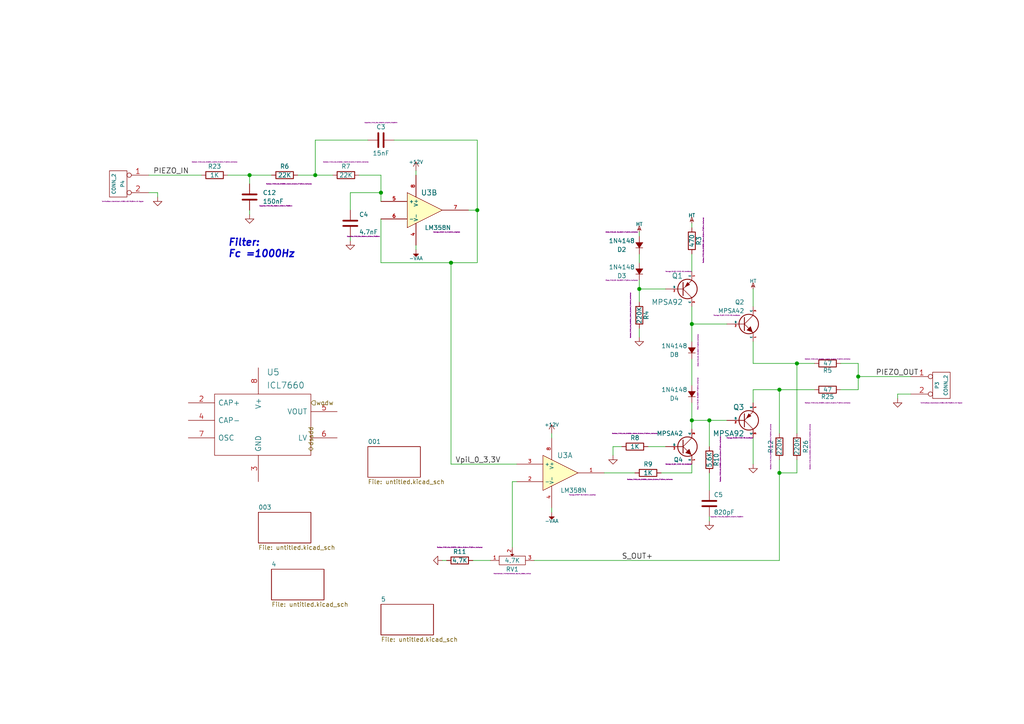
<source format=kicad_sch>
(kicad_sch (version 20230121) (generator eeschema)
  (paper "A4")
  (title_block (title "Complex hierarchy: demo") (date "2017-01-15") (rev "1"))
  (lib_symbols
    (symbol "LM358N_1"
      (property "Reference" "U" (at -1.27 5.08 0))
      (property "Value" "LM358N" (at -1.27 -6.35 0))
      (symbol "LM358N_1_0_1"
        (polyline (pts (xy -5.08 5.08) (xy 5.08 0) (xy -5.08 -5.08) (xy -5.08 5.08)) (stroke (width 0.1524)) (fill (type background)))
        (pin power_in line (at -2.54 -10.16 90) (length 6.35) (name "V-") (number "4"))
        (pin power_in line (at -2.54 10.16 270) (length 6.35) (name "V+") (number "8"))
      )
      (symbol "LM358N_1_1_1"
        (pin output line (at 12.7 0 180) (length 7.62) (name "~") (number "1"))
        (pin input line (at -12.7 -2.54 0) (length 7.62) (name "-") (number "2"))
        (pin input line (at -12.7 2.54 0) (length 7.62) (name "+") (number "3"))
      )
      (symbol "LM358N_1_2_1"
        (pin input line (at -12.7 2.54 0) (length 7.62) (name "+") (number "5"))
        (pin input line (at -12.7 -2.54 0) (length 7.62) (name "-") (number "6"))
        (pin output line (at 12.7 0 180) (length 7.62) (name "~") (number "7"))
      )
    )
    (symbol "complex_hierarchy_schlib:+12V" (power) (pin_names (offset 0))
      (property "Value" "+12V" (at 0 3.556 0))
      (symbol "+12V_0_1"
        (polyline (pts (xy -0.762 1.27) (xy 0 2.54)))
        (polyline (pts (xy 0 0) (xy 0 2.54)))
        (polyline (pts (xy 0 2.54) (xy 0.762 1.27)))
      )
      (symbol "+12V_1_1"
        (pin power_in line (at 0 0 90) (length 0) hide (name "+12V") (number "1"))
      )
    )
    (symbol "complex_hierarchy_schlib:-VAA" (power) (pin_names (offset 0))
      (property "Value" "-VAA" (at 0 2.54 0))
      (symbol "-VAA_0_0"
        (pin power_in line (at 0 0 90) (length 0) hide (name "-VAA") (number "1"))
      )
      (symbol "-VAA_0_1"
        (polyline (pts (xy 0 0) (xy 0 1.27) (xy 0 1.27)))
        (polyline (pts (xy 0 2.032) (xy 0.762 1.27) (xy -0.508 1.27) (xy -0.762 1.27) (xy 0 2.032) (xy 0 2.032) (xy 0 2.032)) (fill (type outline)))
      )
    )
    (symbol "complex_hierarchy_schlib:C" (pin_numbers hide) (pin_names (offset 0.254))
      (property "Reference" "C" (at 0.635 2.54 0))
      (property "Value" "C" (at 0.635 -2.54 0))
      (symbol "C_0_1"
        (polyline (pts (xy -2.032 -0.762) (xy 2.032 -0.762)) (stroke (width 0.508)))
        (polyline (pts (xy -2.032 0.762) (xy 2.032 0.762)) (stroke (width 0.508)))
      )
      (symbol "C_1_1"
        (pin passive line (at 0 3.81 270) (length 2.794) (name "~") (number "1"))
        (pin passive line (at 0 -3.81 90) (length 2.794) (name "~") (number "2"))
      )
    )
    (symbol "complex_hierarchy_schlib:CONN_2" (pin_names (offset 1.016) hide)
      (property "Reference" "P" (at -1.27 0 90))
      (property "Value" "CONN_2" (at 1.27 0 90))
      (symbol "CONN_2_0_1"
        (rectangle (start -2.54 3.81) (end 2.54 -3.81))
      )
      (symbol "CONN_2_1_1"
        (pin passive inverted (at -8.89 2.54 0) (length 6.35) (name "P1") (number "1"))
        (pin passive inverted (at -8.89 -2.54 0) (length 6.35) (name "PM") (number "2"))
      )
    )
    (symbol "complex_hierarchy_schlib:D_Small" (pin_numbers hide) (pin_names (offset 0.254) hide)
      (property "Reference" "D" (at -1.27 2.032 0))
      (property "Value" "D_Small" (at -3.81 -2.032 0))
      (symbol "D_Small_0_1"
        (polyline (pts (xy -0.762 -1.016) (xy -0.762 1.016)))
        (polyline (pts (xy 0.762 -1.016) (xy -0.762 0) (xy 0.762 1.016) (xy 0.762 -1.016)) (fill (type outline)))
      )
      (symbol "D_Small_1_1"
        (pin passive line (at -2.54 0 0) (length 1.778) (name "K") (number "1"))
        (pin passive line (at 2.54 0 180) (length 1.778) (name "A") (number "2"))
      )
    )
    (symbol "complex_hierarchy_schlib:GND" (power) (pin_names (offset 0))
      (property "Value" "GND" (at 0 -3.1242 0))
      (symbol "GND_0_1"
        (polyline (pts (xy 0 0) (xy 0 -1.27) (xy 1.27 -1.27) (xy 0 -2.54) (xy -1.27 -1.27) (xy 0 -1.27)))
      )
      (symbol "GND_1_1"
        (pin power_in line (at 0 0 270) (length 0) hide (name "GND") (number "1"))
      )
    )
    (symbol "complex_hierarchy_schlib:HT" (power) (pin_names (offset 0))
      (property "Value" "HT" (at 0 2.286 0))
      (symbol "HT_0_0"
        (pin power_in line (at 0 0 90) (length 0) hide (name "HT") (number "1"))
      )
      (symbol "HT_0_1"
        (polyline (pts (xy 0 0) (xy 0 1.016) (xy 0 1.016)))
        (polyline (pts (xy 0 1.016) (xy 0.508 0.508) (xy 0 1.778) (xy -0.508 0.508) (xy 0 1.016) (xy 0 1.016)))
      )
    )
    (symbol "complex_hierarchy_schlib:ICL7660" (pin_names (offset 1.016))
      (property "Reference" "U" (at 5.08 10.16 0))
      (property "Value" "ICL7660" (at 1.27 -11.43 0))
      (symbol "ICL7660_0_1"
        (rectangle (start -13.97 -8.89) (end 13.97 8.89))
      )
      (symbol "ICL7660_1_1"
        (pin input line (at -21.59 6.35 0) (length 7.62) (name "CAP+") (number "2"))
        (pin power_in line (at -1.27 -16.51 90) (length 7.62) (name "GND") (number "3"))
        (pin input line (at -21.59 1.27 0) (length 7.62) (name "CAP-") (number "4"))
        (pin power_out line (at 21.59 3.81 180) (length 7.62) (name "VOUT") (number "5"))
        (pin input line (at 21.59 -3.81 180) (length 7.62) (name "LV") (number "6"))
        (pin input line (at -21.59 -3.81 0) (length 7.62) (name "OSC") (number "7"))
        (pin power_in line (at -1.27 16.51 270) (length 7.62) (name "V+") (number "8"))
      )
    )
    (symbol "complex_hierarchy_schlib:LM358N"
      (property "Reference" "U" (at -1.27 5.08 0))
      (property "Value" "LM358N" (at -1.27 -6.35 0))
      (symbol "LM358N_0_1"
        (polyline (pts (xy -5.08 5.08) (xy 5.08 0) (xy -5.08 -5.08) (xy -5.08 5.08)) (stroke (width 0.1524)) (fill (type background)))
        (pin power_in line (at -2.54 -10.16 90) (length 6.35) (name "V-") (number "4"))
        (pin power_in line (at -2.54 10.16 270) (length 6.35) (name "V+") (number "8"))
      )
      (symbol "LM358N_1_1"
        (pin output line (at 12.7 0 180) (length 7.62) (name "~") (number "1"))
        (pin input line (at -12.7 -2.54 0) (length 7.62) (name "-") (number "2"))
        (pin input line (at -12.7 2.54 0) (length 7.62) (name "+") (number "3"))
      )
      (symbol "LM358N_2_1"
        (pin input line (at -12.7 2.54 0) (length 7.62) (name "+") (number "5"))
        (pin input line (at -12.7 -2.54 0) (length 7.62) (name "-") (number "6"))
        (pin output line (at 12.7 0 180) (length 7.62) (name "~") (number "7"))
      )
    )
    (symbol "complex_hierarchy_schlib:MPSA42" (pin_names (offset 0))
      (property "Reference" "Q" (at 3.81 -3.81 0))
      (property "Value" "MPSA42" (at 3.81 3.81 0))
      (symbol "MPSA42_0_1"
        (polyline (pts (xy 0 0) (xy 2.54 2.54)))
        (polyline (pts (xy 0 1.905) (xy 0 -1.905) (xy 0 -1.905)) (stroke (width 0.254)))
        (polyline (pts (xy 1.27 -1.27) (xy 0 0) (xy 0 0)))
        (polyline (pts (xy 2.286 -2.286) (xy 2.54 -2.54) (xy 2.54 -2.54)))
        (polyline (pts (xy 2.286 -2.286) (xy 1.778 -0.762) (xy 0.762 -1.778) (xy 2.286 -2.286) (xy 2.286 -2.286)) (fill (type outline)))
        (circle (center 1.27 0) (radius 2.8194) (stroke (width 0.254)))
      )
      (symbol "MPSA42_1_1"
        (pin passive line (at 2.54 -5.08 90) (length 2.54) (name "E") (number "1"))
        (pin input line (at -5.08 0 0) (length 5.08) (name "B") (number "2"))
        (pin passive line (at 2.54 5.08 270) (length 2.54) (name "C") (number "3"))
      )
    )
    (symbol "complex_hierarchy_schlib:MPSA92" (pin_names (offset 0))
      (property "Reference" "Q" (at 3.81 -3.81 0))
      (property "Value" "MPSA92" (at 3.81 3.81 0))
      (symbol "MPSA92_0_1"
        (polyline (pts (xy 0 0) (xy 2.54 2.54)))
        (polyline (pts (xy 0 1.905) (xy 0 -1.905) (xy 0 -1.905)) (stroke (width 0.254)) (fill (type outline)))
        (polyline (pts (xy 0.635 -0.635) (xy 0 0) (xy 0 0)))
        (polyline (pts (xy 2.54 -2.54) (xy 1.651 -1.651) (xy 1.651 -1.651)))
        (polyline (pts (xy 0.635 -0.635) (xy 1.27 -1.905) (xy 1.905 -1.27) (xy 0.635 -0.635) (xy 0.635 -0.635)) (fill (type outline)))
        (circle (center 1.27 0) (radius 2.8194) (stroke (width 0.254)))
      )
      (symbol "MPSA92_1_1"
        (pin passive line (at 2.54 -5.08 90) (length 2.54) (name "E") (number "1"))
        (pin input line (at -5.08 0 0) (length 5.08) (name "B") (number "2"))
        (pin passive line (at 2.54 5.08 270) (length 2.54) (name "C") (number "3"))
      )
    )
    (symbol "complex_hierarchy_schlib:POT" (pin_names (offset 1.016) hide)
      (property "Reference" "RV" (at 0 -2.54 0))
      (property "Value" "POT" (at 0 0 0))
      (symbol "POT_0_1"
        (rectangle (start -3.81 1.27) (end 3.81 -1.27))
        (polyline (pts (xy 0 1.27) (xy -0.508 1.778) (xy 0.508 1.778)) (fill (type outline)))
      )
      (symbol "POT_1_1"
        (pin passive line (at -6.35 0 0) (length 2.54) (name "1") (number "1"))
        (pin passive line (at 0 3.81 270) (length 2.032) (name "2") (number "2"))
        (pin passive line (at 6.35 0 180) (length 2.54) (name "3") (number "3"))
      )
    )
    (symbol "complex_hierarchy_schlib:R" (pin_numbers hide) (pin_names (offset 0))
      (property "Reference" "R" (at 2.032 0 90))
      (property "Value" "R" (at 0 0 90))
      (symbol "R_0_1"
        (rectangle (start -1.016 -2.54) (end 1.016 2.54) (stroke (width 0.254)))
      )
      (symbol "R_1_1"
        (pin passive line (at 0 3.81 270) (length 1.27) (name "~") (number "1"))
        (pin passive line (at 0 -3.81 90) (length 1.27) (name "~") (number "2"))
      )
    )
  )
  (junction (at 138.43 60.96) (diameter 1.016))
  (junction (at 248.92 109.22) (diameter 1.016))
  (junction (at 226.06 113.03) (diameter 1.016))
  (junction (at 130.81 76.2) (diameter 1.016))
  (junction (at 205.74 121.92) (diameter 1.016))
  (junction (at 226.06 137.16) (diameter 1.016))
  (junction (at 200.66 93.98) (diameter 1.016))
  (junction (at 231.14 105.41) (diameter 1.016))
  (junction (at 91.44 50.8) (diameter 1.016))
  (junction (at 110.49 55.88) (diameter 1.016))
  (junction (at 72.39 50.8) (diameter 1.016))
  (junction (at 185.42 83.82) (diameter 1.016))
  (junction (at 200.66 121.92) (diameter 1.016))
  (wire (pts (xy 86.36 50.8) (xy 91.44 50.8)))
  (wire (pts (xy 231.14 137.16) (xy 231.14 133.35)))
  (wire (pts (xy 175.26 137.16) (xy 184.15 137.16)))
  (wire (pts (xy 218.44 127) (xy 218.44 134.62)))
  (wire (pts (xy 72.39 50.8) (xy 78.74 50.8)))
  (wire (pts (xy 110.49 55.88) (xy 110.49 58.42)))
  (wire (pts (xy 205.74 149.86) (xy 205.74 151.13)))
  (wire (pts (xy 218.44 105.41) (xy 218.44 99.06)))
  (wire (pts (xy 218.44 105.41) (xy 231.14 105.41)))
  (wire (pts (xy 180.34 129.54) (xy 177.8 129.54)))
  (wire (pts (xy 106.68 40.64) (xy 91.44 40.64)))
  (wire (pts (xy 185.42 83.82) (xy 185.42 87.63)))
  (wire (pts (xy 231.14 105.41) (xy 236.22 105.41)))
  (wire (pts (xy 226.06 113.03) (xy 236.22 113.03)))
  (wire (pts (xy 226.06 137.16) (xy 231.14 137.16)))
  (wire (pts (xy 72.39 53.34) (xy 72.39 50.8)))
  (wire (pts (xy 110.49 55.88) (xy 101.6 55.88)))
  (wire (pts (xy 185.42 81.28) (xy 185.42 83.82)))
  (wire (pts (xy 210.82 93.98) (xy 200.66 93.98)))
  (wire (pts (xy 148.59 158.75) (xy 148.59 139.7)))
  (wire (pts (xy 138.43 60.96) (xy 138.43 40.64)))
  (wire (pts (xy 130.81 76.2) (xy 138.43 76.2)))
  (wire (pts (xy 130.81 134.62) (xy 130.81 76.2)))
  (wire (pts (xy 160.02 148.59) (xy 160.02 147.32)))
  (wire (pts (xy 45.72 55.88) (xy 45.72 57.15)))
  (wire (pts (xy 91.44 50.8) (xy 96.52 50.8)))
  (wire (pts (xy 200.66 93.98) (xy 200.66 99.06)))
  (wire (pts (xy 101.6 69.85) (xy 101.6 68.58)))
  (wire (pts (xy 160.02 125.73) (xy 160.02 127)))
  (wire (pts (xy 200.66 116.84) (xy 200.66 121.92)))
  (wire (pts (xy 58.42 50.8) (xy 43.18 50.8)))
  (wire (pts (xy 200.66 64.77) (xy 200.66 66.04)))
  (wire (pts (xy 226.06 162.56) (xy 154.94 162.56)))
  (wire (pts (xy 248.92 105.41) (xy 243.84 105.41)))
  (wire (pts (xy 205.74 121.92) (xy 205.74 129.54)))
  (wire (pts (xy 200.66 121.92) (xy 205.74 121.92)))
  (wire (pts (xy 248.92 109.22) (xy 264.16 109.22)))
  (wire (pts (xy 128.27 162.56) (xy 129.54 162.56)))
  (wire (pts (xy 264.16 114.3) (xy 260.35 114.3)))
  (wire (pts (xy 138.43 40.64) (xy 114.3 40.64)))
  (wire (pts (xy 200.66 88.9) (xy 200.66 93.98)))
  (wire (pts (xy 226.06 137.16) (xy 226.06 162.56)))
  (wire (pts (xy 177.8 129.54) (xy 177.8 132.08)))
  (wire (pts (xy 149.86 134.62) (xy 130.81 134.62)))
  (wire (pts (xy 248.92 105.41) (xy 248.92 109.22)))
  (wire (pts (xy 200.66 134.62) (xy 200.66 137.16)))
  (wire (pts (xy 200.66 137.16) (xy 191.77 137.16)))
  (wire (pts (xy 43.18 55.88) (xy 45.72 55.88)))
  (wire (pts (xy 110.49 50.8) (xy 110.49 55.88)))
  (wire (pts (xy 91.44 40.64) (xy 91.44 50.8)))
  (wire (pts (xy 200.66 121.92) (xy 200.66 124.46)))
  (wire (pts (xy 110.49 50.8) (xy 104.14 50.8)))
  (wire (pts (xy 185.42 95.25) (xy 185.42 97.79)))
  (wire (pts (xy 226.06 113.03) (xy 226.06 125.73)))
  (wire (pts (xy 260.35 114.3) (xy 260.35 115.57)))
  (wire (pts (xy 120.65 49.53) (xy 120.65 50.8)))
  (wire (pts (xy 148.59 139.7) (xy 149.86 139.7)))
  (wire (pts (xy 110.49 63.5) (xy 110.49 76.2)))
  (wire (pts (xy 135.89 60.96) (xy 138.43 60.96)))
  (wire (pts (xy 137.16 162.56) (xy 142.24 162.56)))
  (wire (pts (xy 185.42 76.2) (xy 185.42 73.66)))
  (wire (pts (xy 193.04 83.82) (xy 185.42 83.82)))
  (wire (pts (xy 120.65 72.39) (xy 120.65 71.12)))
  (wire (pts (xy 218.44 113.03) (xy 226.06 113.03)))
  (wire (pts (xy 248.92 113.03) (xy 243.84 113.03)))
  (wire (pts (xy 218.44 83.82) (xy 218.44 88.9)))
  (wire (pts (xy 200.66 104.14) (xy 200.66 111.76)))
  (wire (pts (xy 218.44 113.03) (xy 218.44 116.84)))
  (wire (pts (xy 226.06 133.35) (xy 226.06 137.16)))
  (wire (pts (xy 187.96 129.54) (xy 193.04 129.54)))
  (wire (pts (xy 138.43 76.2) (xy 138.43 60.96)))
  (wire (pts (xy 66.04 50.8) (xy 72.39 50.8)))
  (wire (pts (xy 110.49 76.2) (xy 130.81 76.2)))
  (wire (pts (xy 200.66 73.66) (xy 200.66 78.74)))
  (wire (pts (xy 231.14 125.73) (xy 231.14 105.41)))
  (wire (pts (xy 205.74 121.92) (xy 210.82 121.92)))
  (wire (pts (xy 248.92 109.22) (xy 248.92 113.03)))
  (wire (pts (xy 185.42 68.58) (xy 185.42 67.31)))
  (wire (pts (xy 101.6 55.88) (xy 101.6 60.96)))
  (wire (pts (xy 72.39 62.23) (xy 72.39 60.96)))
  (wire (pts (xy 205.74 137.16) (xy 205.74 142.24)))
  (text "Filter:\nFc =1000Hz" (at 66.04 74.93 0) (effects (font (size 2.032 2.032) (thickness 0.4064) bold italic) (justify left bottom)))
  (label "Vpil_0_3,3V" (at 132.08 134.62 0) (effects (font (size 1.524 1.524))))
  (label "S_OUT+" (at 180.34 162.56 0) (effects (font (size 1.524 1.524))))
  (label "PIEZO_OUT" (at 254 109.22 0) (effects (font (size 1.524 1.524))))
  (label "PIEZO_IN" (at 44.45 50.8 0) (effects (font (size 1.524 1.524))))
  (hierarchical_label "wqdw" (shape input) (at 90.17 116.84 0))
  (hierarchical_label "dssdd" (shape bidirectional) (at 90.17 130.81 90))
  (symbol (lib_id "complex_hierarchy_schlib:POT") (at 148.59 162.56 0) (unit 1)
    (property "Reference" "RV1" (at 148.59 165.1 0))
    (property "Value" "4,7K" (at 148.59 162.56 0))
    (property "Footprint" "Potentiometer_THT:Potentiometer_Bourns_3266W_Vertical" (at 148.59 166.37 0) (effects (font (size 0.254 0.254))))
    (instances (project "complex_hierarchy" (path "" (reference "RV1") (unit 1)) (path "" (reference "RV2") (unit 1))))
  )
  (symbol (lib_id "complex_hierarchy_schlib:C") (at 110.49 40.64 270) (unit 1)
    (property "Reference" "C3" (at 110.49 36.83 90))
    (property "Value" "15nF" (at 110.49 44.45 90))
    (property "Footprint" "Capacitor_THT:C_Disc_D5.0mm_W2.5mm_P5.00mm" (at 110.49 35.56 90) (effects (font (size 0.254 0.254))))
    (instances (project "complex_hierarchy" (path "" (reference "C3") (unit 1)) (path "" (reference "C6") (unit 1))))
  )
  (symbol (lib_id "complex_hierarchy_schlib:R") (at 100.33 50.8 270) (unit 1)
    (property "Reference" "R7" (at 100.33 48.26 90))
    (property "Value" "22K" (at 100.33 50.8 90))
    (property "Footprint" "Resistor_THT:R_Axial_DIN0204_L3.6mm_D1.6mm_P7.62mm_Horizontal" (at 100.33 46.99 90) (effects (font (size 0.254 0.254))))
    (instances (project "complex_hierarchy" (path "" (reference "R7") (unit 1)) (path "" (reference "R17") (unit 1))))
  )
  (symbol (lib_id "complex_hierarchy_schlib:+12V") (at 120.65 49.53 0) (unit 1)
    (property "Reference" "#U050" (effects hide))
    (property "Value" "+12V" (at 120.65 46.99 0) (effects (font (size 1.016 1.016))))
    (instances (project "complex_hierarchy" (path "" (reference "#U050") (unit 1)) (path "" (reference "#U034") (unit 1))))
  )
  (symbol (lib_name "LM358N_1") (lib_id "complex_hierarchy_schlib:LM358N") (at 123.19 60.96 0) (unit 2)
    (property "Reference" "U3" (at 124.46 55.88 0) (effects (font (size 1.524 1.524))))
    (property "Value" "LM358N" (at 127 66.04 0))
    (property "Footprint" "Package_DIP:DIP-8_W7.62mm_LongPads" (at 129.54 67.31 0) (effects (font (size 0.254 0.254))))
    (instances (project "complex_hierarchy" (path "" (reference "U3") (unit 2)) (path "" (reference "U4") (unit 2))))
  )
  (symbol (lib_id "complex_hierarchy_schlib:HT") (at 218.44 83.82 0) (unit 1)
    (property "Reference" "#PWR049" (effects hide))
    (property "Value" "HT" (at 218.44 81.534 0) (effects (font (size 1.016 1.016))))
    (instances (project "complex_hierarchy" (path "" (reference "#PWR049") (unit 1)) (path "" (reference "#PWR033") (unit 1))))
  )
  (symbol (lib_id "complex_hierarchy_schlib:HT") (at 200.66 64.77 0) (unit 1)
    (property "Reference" "#PWR048" (effects hide))
    (property "Value" "HT" (at 200.66 62.484 0) (effects (font (size 1.016 1.016))))
    (instances (project "complex_hierarchy" (path "" (reference "#PWR048") (unit 1)) (path "" (reference "#PWR032") (unit 1))))
  )
  (symbol (lib_id "complex_hierarchy_schlib:HT") (at 185.42 67.31 0) (unit 1)
    (property "Reference" "#PWR047" (effects hide))
    (property "Value" "HT" (at 185.42 65.024 0) (effects (font (size 1.016 1.016))))
    (instances (project "complex_hierarchy" (path "" (reference "#PWR047") (unit 1)) (path "" (reference "#PWR031") (unit 1))))
  )
  (symbol (lib_id "complex_hierarchy_schlib:MPSA92") (at 198.12 83.82 0) (mirror x) (unit 1)
    (property "Reference" "Q1" (at 198.12 80.01 0) (effects (font (size 1.524 1.524)) (justify right)))
    (property "Value" "MPSA92" (at 198.12 87.63 0) (effects (font (size 1.524 1.524)) (justify right)))
    (property "Footprint" "Package_TO_SOT_THT:TO-92_HandSolder" (at 196.85 78.74 0) (effects (font (size 0.254 0.254))))
    (instances (project "complex_hierarchy" (path "" (reference "Q1") (unit 1)) (path "" (reference "Q5") (unit 1))))
  )
  (symbol (lib_id "complex_hierarchy_schlib:GND") (at 128.27 162.56 270) (unit 1)
    (property "Reference" "#PWR046" (effects hide))
    (property "Value" "GND" (effects hide))
    (instances (project "complex_hierarchy" (path "" (reference "#PWR046") (unit 1)) (path "" (reference "#PWR030") (unit 1))))
  )
  (symbol (lib_id "complex_hierarchy_schlib:R") (at 133.35 162.56 270) (unit 1)
    (property "Reference" "R11" (at 133.35 160.02 90))
    (property "Value" "4,7K" (at 133.35 162.56 90))
    (property "Footprint" "Resistor_THT:R_Axial_DIN0204_L3.6mm_D1.6mm_P7.62mm_Horizontal" (at 133.35 158.75 90) (effects (font (size 0.254 0.254))))
    (instances (project "complex_hierarchy" (path "" (reference "R11") (unit 1)) (path "" (reference "R21") (unit 1))))
  )
  (symbol (lib_id "complex_hierarchy_schlib:GND") (at 260.35 115.57 0) (unit 1)
    (property "Reference" "#PWR045" (effects hide))
    (property "Value" "GND" (effects hide))
    (instances (project "complex_hierarchy" (path "" (reference "#PWR045") (unit 1)) (path "" (reference "#PWR029") (unit 1))))
  )
  (symbol (lib_id "complex_hierarchy_schlib:R") (at 240.03 105.41 270) (unit 1)
    (property "Reference" "R5" (at 240.03 107.442 90))
    (property "Value" "47" (at 240.03 105.41 90))
    (property "Footprint" "Resistor_THT:R_Axial_DIN0204_L3.6mm_D1.6mm_P7.62mm_Horizontal" (at 240.03 104.14 90) (effects (font (size 0.254 0.254))))
    (instances (project "complex_hierarchy" (path "" (reference "R5") (unit 1)) (path "" (reference "R15") (unit 1))))
  )
  (symbol (lib_id "complex_hierarchy_schlib:C") (at 205.74 146.05 0) (unit 1)
    (property "Reference" "C5" (at 207.01 143.51 0) (effects (justify left)))
    (property "Value" "820pF" (at 207.01 148.59 0) (effects (justify left)))
    (property "Footprint" "Capacitor_THT:C_Disc_D5.0mm_W2.5mm_P5.00mm" (at 210.82 149.86 0) (effects (font (size 0.254 0.254))))
    (instances (project "complex_hierarchy" (path "" (reference "C5") (unit 1)) (path "" (reference "C8") (unit 1))))
  )
  (symbol (lib_id "complex_hierarchy_schlib:C") (at 101.6 64.77 0) (unit 1)
    (property "Reference" "C4" (at 104.14 62.23 0) (effects (justify left)))
    (property "Value" "4.7nF" (at 104.14 67.31 0) (effects (justify left)))
    (property "Footprint" "Capacitor_THT:C_Disc_D5.0mm_W2.5mm_P5.00mm" (at 105.41 68.58 0) (effects (font (size 0.254 0.254))))
    (instances (project "complex_hierarchy" (path "" (reference "C4") (unit 1)) (path "" (reference "C7") (unit 1))))
  )
  (symbol (lib_id "complex_hierarchy_schlib:CONN_2") (at 34.29 53.34 0) (mirror y) (unit 1)
    (property "Reference" "P4" (at 35.56 53.34 90) (effects (font (size 1.016 1.016))))
    (property "Value" "CONN_2" (at 33.02 53.34 90) (effects (font (size 1.016 1.016))))
    (property "Footprint" "TerminalBlock_Altech:Altech_AK300_1x02_P5.00mm_45-Degree" (at 35.56 58.42 0) (effects (font (size 0.254 0.254))))
    (instances (project "complex_hierarchy" (path "" (reference "P4") (unit 1)) (path "" (reference "P6") (unit 1))))
  )
  (symbol (lib_id "complex_hierarchy_schlib:LM358N") (at 162.56 137.16 0) (unit 1)
    (property "Reference" "U3" (at 163.83 132.08 0) (effects (font (size 1.524 1.524))))
    (property "Value" "LM358N" (at 166.37 142.24 0))
    (property "Footprint" "Package_DIP:DIP-8_W7.62mm_LongPads" (at 168.91 143.51 0) (effects (font (size 0.254 0.254))))
    (instances (project "complex_hierarchy" (path "" (reference "U3") (unit 1)) (path "" (reference "U4") (unit 1))))
  )
  (symbol (lib_id "complex_hierarchy_schlib:GND") (at 101.6 69.85 0) (unit 1)
    (property "Reference" "#PWR044" (effects hide))
    (property "Value" "GND" (effects hide))
    (instances (project "complex_hierarchy" (path "" (reference "#PWR044") (unit 1)) (path "" (reference "#PWR028") (unit 1))))
  )
  (symbol (lib_id "complex_hierarchy_schlib:GND") (at 45.72 57.15 0) (unit 1)
    (property "Reference" "#PWR043" (effects hide))
    (property "Value" "GND" (effects hide))
    (instances (project "complex_hierarchy" (path "" (reference "#PWR043") (unit 1)) (path "" (reference "#PWR027") (unit 1))))
  )
  (symbol (lib_id "complex_hierarchy_schlib:R") (at 82.55 50.8 270) (unit 1)
    (property "Reference" "R6" (at 82.55 48.26 90))
    (property "Value" "22K" (at 82.55 50.8 90))
    (property "Footprint" "Resistor_THT:R_Axial_DIN0204_L3.6mm_D1.6mm_P7.62mm_Horizontal" (at 83.82 53.34 90) (effects (font (size 0.254 0.254))))
    (instances (project "complex_hierarchy" (path "" (reference "R6") (unit 1)) (path "" (reference "R16") (unit 1))))
  )
  (symbol (lib_id "complex_hierarchy_schlib:CONN_2") (at 273.05 111.76 0) (unit 1)
    (property "Reference" "P3" (at 271.78 111.76 90) (effects (font (size 1.016 1.016))))
    (property "Value" "CONN_2" (at 274.32 111.76 90) (effects (font (size 1.016 1.016))))
    (property "Footprint" "TerminalBlock_Altech:Altech_AK300_1x02_P5.00mm_45-Degree" (at 273.05 116.84 0) (effects (font (size 0.254 0.254))))
    (instances (project "complex_hierarchy" (path "" (reference "P3") (unit 1)) (path "" (reference "P5") (unit 1))))
  )
  (symbol (lib_id "complex_hierarchy_schlib:R") (at 187.96 137.16 270) (unit 1)
    (property "Reference" "R9" (at 187.96 134.62 90))
    (property "Value" "1K" (at 187.96 137.16 90))
    (property "Footprint" "Resistor_THT:R_Axial_DIN0204_L3.6mm_D1.6mm_P7.62mm_Horizontal" (at 188.5188 139.065 90) (effects (font (size 0.254 0.254))))
    (instances (project "complex_hierarchy" (path "" (reference "R9") (unit 1)) (path "" (reference "R19") (unit 1))))
  )
  (symbol (lib_id "complex_hierarchy_schlib:+12V") (at 160.02 125.73 0) (unit 1)
    (property "Reference" "#U042" (effects hide))
    (property "Value" "+12V" (at 160.02 123.19 0) (effects (font (size 1.016 1.016))))
    (instances (project "complex_hierarchy" (path "" (reference "#U042") (unit 1)) (path "" (reference "#U026") (unit 1))))
  )
  (symbol (lib_id "complex_hierarchy_schlib:R") (at 226.06 129.54 180) (unit 1)
    (property "Reference" "R12" (at 223.52 129.54 90))
    (property "Value" "220K" (at 226.06 129.54 90))
    (property "Footprint" "Resistor_THT:R_Axial_DIN0204_L3.6mm_D1.6mm_P7.62mm_Horizontal" (at 223.52 129.54 90) (effects (font (size 0.254 0.254))))
    (instances (project "complex_hierarchy" (path "" (reference "R12") (unit 1)) (path "" (reference "R22") (unit 1))))
  )
  (symbol (lib_id "complex_hierarchy_schlib:R") (at 184.15 129.54 270) (unit 1)
    (property "Reference" "R8" (at 184.15 127 90))
    (property "Value" "1K" (at 184.15 129.54 90))
    (property "Footprint" "Resistor_THT:R_Axial_DIN0204_L3.6mm_D1.6mm_P7.62mm_Horizontal" (at 184.15 125.73 90) (effects (font (size 0.254 0.254))))
    (instances (project "complex_hierarchy" (path "" (reference "R8") (unit 1)) (path "" (reference "R18") (unit 1))))
  )
  (symbol (lib_id "complex_hierarchy_schlib:GND") (at 185.42 97.79 0) (unit 1)
    (property "Reference" "#PWR041" (effects hide))
    (property "Value" "GND" (effects hide))
    (instances (project "complex_hierarchy" (path "" (reference "#PWR041") (unit 1)) (path "" (reference "#PWR025") (unit 1))))
  )
  (symbol (lib_id "complex_hierarchy_schlib:R") (at 185.42 91.44 0) (unit 1)
    (property "Reference" "R4" (at 187.452 91.44 90))
    (property "Value" "220K" (at 185.42 91.44 90))
    (property "Footprint" "Resistor_THT:R_Axial_DIN0204_L3.6mm_D1.6mm_P7.62mm_Horizontal" (at 182.88 91.44 90) (effects (font (size 0.254 0.254))))
    (instances (project "complex_hierarchy" (path "" (reference "R4") (unit 1)) (path "" (reference "R14") (unit 1))))
  )
  (symbol (lib_id "complex_hierarchy_schlib:D_Small") (at 185.42 71.12 90) (unit 1)
    (property "Reference" "D2" (at 180.34 72.39 90))
    (property "Value" "1N4148" (at 180.34 69.85 90))
    (property "Footprint" "Diode_THT:D_DO-35_SOD27_P7.62mm_Horizontal" (at 180.34 67.31 90) (effects (font (size 0.254 0.254))))
    (instances (project "complex_hierarchy" (path "" (reference "D2") (unit 1)) (path "" (reference "D5") (unit 1))))
  )
  (symbol (lib_id "complex_hierarchy_schlib:R") (at 200.66 69.85 0) (unit 1)
    (property "Reference" "R3" (at 202.692 69.85 90))
    (property "Value" "470" (at 200.66 69.85 90))
    (property "Footprint" "Resistor_THT:R_Axial_DIN0204_L3.6mm_D1.6mm_P7.62mm_Horizontal" (at 203.9874 69.6468 90) (effects (font (size 0.254 0.254))))
    (instances (project "complex_hierarchy" (path "" (reference "R3") (unit 1)) (path "" (reference "R13") (unit 1))))
  )
  (symbol (lib_id "complex_hierarchy_schlib:D_Small") (at 185.42 78.74 90) (unit 1)
    (property "Reference" "D3" (at 180.34 80.01 90))
    (property "Value" "1N4148" (at 180.34 77.47 90))
    (property "Footprint" "Diode_THT:D_DO-35_SOD27_P7.62mm_Horizontal" (at 180.34 81.28 90) (effects (font (size 0.254 0.254))))
    (instances (project "complex_hierarchy" (path "" (reference "D3") (unit 1)) (path "" (reference "D6") (unit 1))))
  )
  (symbol (lib_id "complex_hierarchy_schlib:GND") (at 177.8 132.08 0) (unit 1)
    (property "Reference" "#PWR040" (effects hide))
    (property "Value" "GND" (effects hide))
    (instances (project "complex_hierarchy" (path "" (reference "#PWR040") (unit 1)) (path "" (reference "#PWR024") (unit 1))))
  )
  (symbol (lib_id "complex_hierarchy_schlib:MPSA42") (at 198.12 129.54 0) (unit 1)
    (property "Reference" "Q4" (at 198.12 133.35 0) (effects (justify right)))
    (property "Value" "MPSA42" (at 198.12 125.73 0) (effects (justify right)))
    (property "Footprint" "Package_TO_SOT_THT:TO-92_HandSolder" (at 196.85 134.62 0) (effects (font (size 0.254 0.254))))
    (instances (project "complex_hierarchy" (path "" (reference "Q4") (unit 1)) (path "" (reference "Q8") (unit 1))))
  )
  (symbol (lib_id "complex_hierarchy_schlib:GND") (at 218.44 134.62 0) (unit 1)
    (property "Reference" "#PWR039" (effects hide))
    (property "Value" "GND" (effects hide))
    (instances (project "complex_hierarchy" (path "" (reference "#PWR039") (unit 1)) (path "" (reference "#PWR023") (unit 1))))
  )
  (symbol (lib_id "complex_hierarchy_schlib:D_Small") (at 200.66 114.3 90) (unit 1)
    (property "Reference" "D4" (at 195.58 115.57 90))
    (property "Value" "1N4148" (at 195.58 113.03 90))
    (property "Footprint" "Diode_THT:D_DO-35_SOD27_P7.62mm_Horizontal" (at 202.3872 114.1476 0) (effects (font (size 0.254 0.254))))
    (instances (project "complex_hierarchy" (path "" (reference "D4") (unit 1)) (path "" (reference "D7") (unit 1))))
  )
  (symbol (lib_id "complex_hierarchy_schlib:MPSA92") (at 215.9 121.92 0) (mirror x) (unit 1)
    (property "Reference" "Q3" (at 215.9 118.11 0) (effects (font (size 1.524 1.524)) (justify right)))
    (property "Value" "MPSA92" (at 215.9 125.73 0) (effects (font (size 1.524 1.524)) (justify right)))
    (property "Footprint" "Package_TO_SOT_THT:TO-92_HandSolder" (at 214.63 127 0) (effects (font (size 0.254 0.254))))
    (instances (project "complex_hierarchy" (path "" (reference "Q3") (unit 1)) (path "" (reference "Q7") (unit 1))))
  )
  (symbol (lib_id "complex_hierarchy_schlib:MPSA42") (at 215.9 93.98 0) (unit 1)
    (property "Reference" "Q2" (at 215.9 87.63 0) (effects (justify right)))
    (property "Value" "MPSA42" (at 215.9 90.17 0) (effects (justify right)))
    (property "Footprint" "Package_TO_SOT_THT:TO-92_HandSolder" (at 210.82 91.44 0) (effects (font (size 0.254 0.254))))
    (instances (project "complex_hierarchy" (path "" (reference "Q2") (unit 1)) (path "" (reference "Q6") (unit 1))))
  )
  (symbol (lib_id "complex_hierarchy_schlib:-VAA") (at 120.65 72.39 180) (unit 1)
    (property "Reference" "#PWR038" (effects hide))
    (property "Value" "-VAA" (at 120.65 74.93 0) (effects (font (size 1.016 1.016))))
    (instances (project "complex_hierarchy" (path "" (reference "#PWR038") (unit 1)) (path "" (reference "#PWR022") (unit 1))))
  )
  (symbol (lib_id "complex_hierarchy_schlib:-VAA") (at 160.02 148.59 180) (unit 1)
    (property "Reference" "#PWR037" (effects hide))
    (property "Value" "-VAA" (at 160.02 151.13 0) (effects (font (size 1.016 1.016))))
    (instances (project "complex_hierarchy" (path "" (reference "#PWR037") (unit 1)) (path "" (reference "#PWR021") (unit 1))))
  )
  (symbol (lib_id "complex_hierarchy_schlib:R") (at 62.23 50.8 270) (unit 1)
    (property "Reference" "R23" (at 62.23 48.26 90))
    (property "Value" "1K" (at 62.23 50.8 90))
    (property "Footprint" "Resistor_THT:R_Axial_DIN0204_L3.6mm_D1.6mm_P7.62mm_Horizontal" (at 62.23 46.99 90) (effects (font (size 0.254 0.254))))
    (instances (project "complex_hierarchy" (path "" (reference "R23") (unit 1)) (path "" (reference "R24") (unit 1))))
  )
  (symbol (lib_id "complex_hierarchy_schlib:C") (at 72.39 57.15 0) (unit 1)
    (property "Reference" "C12" (at 76.2 55.88 0) (effects (justify left)))
    (property "Value" "150nF" (at 76.2 58.42 0) (effects (justify left)))
    (property "Footprint" "Capacitor_THT:C_Disc_D5.0mm_W2.5mm_P5.00mm" (at 80.01 59.69 0) (effects (font (size 0.254 0.254))))
    (instances (project "complex_hierarchy" (path "" (reference "C12") (unit 1)) (path "" (reference "C14") (unit 1))))
  )
  (symbol (lib_id "complex_hierarchy_schlib:GND") (at 72.39 62.23 0) (unit 1)
    (property "Reference" "#PWR036" (effects hide))
    (property "Value" "GND" (effects hide))
    (instances (project "complex_hierarchy" (path "" (reference "#PWR036") (unit 1)) (path "" (reference "#PWR020") (unit 1))))
  )
  (symbol (lib_id "complex_hierarchy_schlib:R") (at 205.74 133.35 0) (unit 1)
    (property "Reference" "R10" (at 207.772 133.35 90))
    (property "Value" "5,6K" (at 205.74 133.35 90))
    (property "Footprint" "Resistor_THT:R_Axial_DIN0204_L3.6mm_D1.6mm_P7.62mm_Horizontal" (at 208.9404 133.1214 90) (effects (font (size 0.254 0.254))))
    (instances (project "complex_hierarchy" (path "" (reference "R10") (unit 1)) (path "" (reference "R20") (unit 1))))
  )
  (symbol (lib_id "complex_hierarchy_schlib:GND") (at 205.74 151.13 0) (unit 1)
    (property "Reference" "#PWR035" (effects hide))
    (property "Value" "GND" (effects hide))
    (instances (project "complex_hierarchy" (path "" (reference "#PWR035") (unit 1)) (path "" (reference "#PWR019") (unit 1))))
  )
  (symbol (lib_id "complex_hierarchy_schlib:D_Small") (at 200.66 101.6 90) (unit 1)
    (property "Reference" "D8" (at 195.58 102.87 90))
    (property "Value" "1N4148" (at 195.58 100.33 90))
    (property "Footprint" "Diode_THT:D_DO-35_SOD27_P7.62mm_Horizontal" (at 202.4634 101.5746 0) (effects (font (size 0.254 0.254))))
    (instances (project "complex_hierarchy" (path "" (reference "D8") (unit 1)) (path "" (reference "D9") (unit 1))))
  )
  (symbol (lib_id "complex_hierarchy_schlib:R") (at 240.03 113.03 270) (unit 1)
    (property "Reference" "R25" (at 240.03 115.062 90))
    (property "Value" "47" (at 240.03 113.03 90))
    (property "Footprint" "Resistor_THT:R_Axial_DIN0204_L3.6mm_D1.6mm_P7.62mm_Horizontal" (at 240.03 116.84 90) (effects (font (size 0.254 0.254))))
    (instances (project "complex_hierarchy" (path "" (reference "R25") (unit 1)) (path "" (reference "R27") (unit 1))))
  )
  (symbol (lib_id "complex_hierarchy_schlib:R") (at 231.14 129.54 180) (unit 1)
    (property "Reference" "R26" (at 233.68 129.54 90))
    (property "Value" "220K" (at 231.14 129.54 90))
    (property "Footprint" "Resistor_THT:R_Axial_DIN0204_L3.6mm_D1.6mm_P7.62mm_Horizontal" (at 234.95 129.54 90) (effects (font (size 0.254 0.254))))
    (instances (project "complex_hierarchy" (path "" (reference "R26") (unit 1)) (path "" (reference "R28") (unit 1))))
  )
  (symbol (lib_id "complex_hierarchy_schlib:ICL7660") (at 76.2 123.19 0) (unit 1)
    (property "Reference" "U5" (at 77.2987 107.95 0) (effects (font (size 1.778 1.778)) (justify left)))
    (property "Value" "ICL7660" (at 77.2987 111.76 0) (effects (font (size 1.778 1.778)) (justify left)))
    (instances (project "complex_hierarchy" (path "" (reference "U5") (unit 1)) (path "" (reference "U6") (unit 1))))
  )
  (sheet (at 74.93 148.59) (size 15.24 8.89) (stroke (width 0.1524))
    (property "Sheetname" "003" (at 74.93 147.8784 0) (effects (justify left bottom)))
    (property "Sheetfile" "untitled.kicad_sch" (at 74.93 158.0646 0) (effects (justify left top)))
  )
  (sheet (at 106.68 129.54) (size 15.24 8.89) (stroke (width 0.1524))
    (property "Sheetname" "001" (at 106.68 128.8284 0) (effects (justify left bottom)))
    (property "Sheetfile" "untitled.kicad_sch" (at 106.68 139.0146 0) (effects (justify left top)))
  )
  (sheet (at 78.74 165.1) (size 15.24 8.89) (stroke (width 0.1524))
    (property "Sheetname" "4" (at 78.74 164.3884 0) (effects (justify left bottom)))
    (property "Sheetfile" "untitled.kicad_sch" (at 78.74 174.5746 0) (effects (justify left top)))
  )
  (sheet (at 110.49 175.26) (size 15.24 8.89) (stroke (width 0.1524))
    (property "Sheetname" "5" (at 110.49 174.5484 0) (effects (justify left bottom)))
    (property "Sheetfile" "untitled.kicad_sch" (at 110.49 184.7346 0) (effects (justify left top)))
  )
)
</source>
